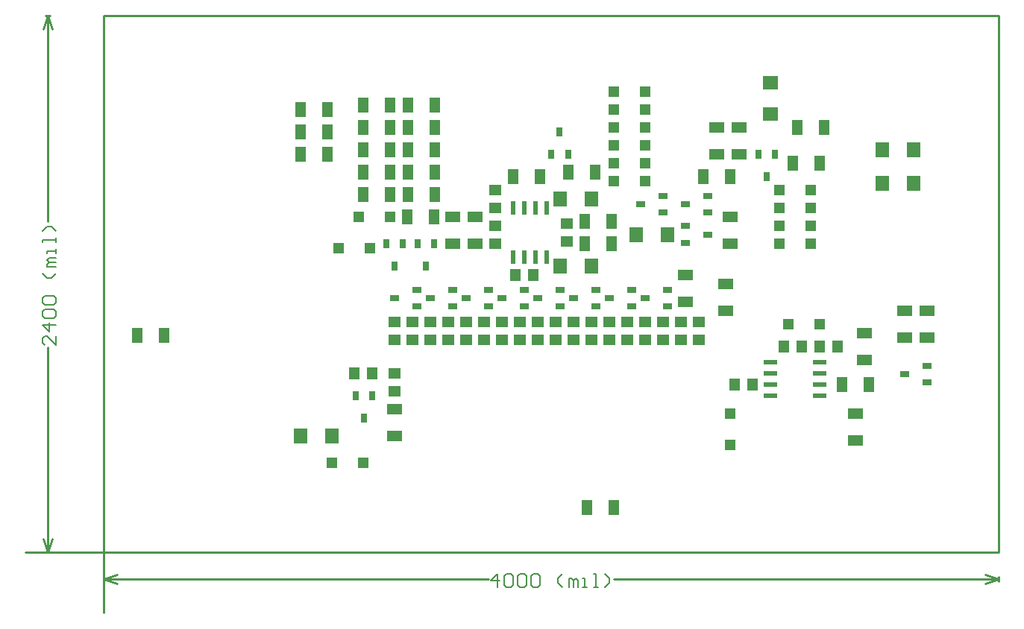
<source format=gtp>
%FSLAX42Y42*%
%MOMM*%
G71*
G01*
G75*
%ADD10C,0.25*%
%ADD11R,1.27X1.27*%
%ADD12R,1.52X1.78*%
%ADD13R,1.02X0.76*%
%ADD14R,0.76X1.02*%
%ADD15R,1.78X1.52*%
%ADD16R,1.78X1.27*%
%ADD17R,1.27X1.78*%
%ADD18R,1.52X0.61*%
%ADD19R,1.27X1.40*%
%ADD20R,0.61X1.52*%
%ADD21R,1.40X1.27*%
%ADD22C,0.13*%
%ADD23C,0.15*%
%ADD24C,0.76*%
%ADD25C,2.54*%
%ADD26C,2.03*%
%ADD27R,2.03X2.03*%
%ADD28R,2.54X2.54*%
%ADD29C,9.14*%
%ADD30C,0.51*%
D10*
X20734Y17577D02*
Y23673D01*
X30894Y17577D02*
Y23673D01*
X20734D02*
X30894D01*
X20734Y17577D02*
X30894D01*
Y17247D02*
Y17298D01*
X20734Y17247D02*
Y17298D01*
X30742Y17221D02*
X30894Y17272D01*
X30742Y17323D02*
X30894Y17272D01*
X20734D02*
X20886Y17221D01*
X20734Y17272D02*
X20886Y17323D01*
X26527Y17272D02*
X30894D01*
X20734D02*
X25100D01*
X20734Y16891D02*
Y17577D01*
X20074Y23673D02*
X20124D01*
X20074Y17577D02*
X20124D01*
X20099Y23673D02*
X20150Y23521D01*
X20048D02*
X20099Y23673D01*
Y17577D02*
X20150Y17729D01*
X20048D02*
X20099Y17577D01*
Y21339D02*
Y23673D01*
Y17577D02*
Y19911D01*
X19845Y17577D02*
X20734D01*
D11*
X28760Y21692D02*
D03*
X28405D02*
D03*
Y21489D02*
D03*
X28760D02*
D03*
Y21285D02*
D03*
X28405D02*
D03*
Y21082D02*
D03*
X28760D02*
D03*
X23757Y21031D02*
D03*
X23401D02*
D03*
X27846Y19152D02*
D03*
Y18796D02*
D03*
X28862Y20168D02*
D03*
X28506D02*
D03*
X23630Y21387D02*
D03*
X23985D02*
D03*
X26525Y22809D02*
D03*
X26881D02*
D03*
Y22606D02*
D03*
X26525D02*
D03*
Y22403D02*
D03*
X26881D02*
D03*
Y22200D02*
D03*
X26525D02*
D03*
Y21997D02*
D03*
X26881D02*
D03*
X23325Y18593D02*
D03*
X23680D02*
D03*
X26525Y21793D02*
D03*
X26881D02*
D03*
D12*
X29573Y21768D02*
D03*
X29929D02*
D03*
X26779Y21184D02*
D03*
X27135D02*
D03*
X23325Y18898D02*
D03*
X22969D02*
D03*
X26271Y21590D02*
D03*
X25916D02*
D03*
X26271Y20828D02*
D03*
X25916D02*
D03*
X29573Y22149D02*
D03*
X29929D02*
D03*
D13*
X24290Y20561D02*
D03*
Y20371D02*
D03*
X24036Y20466D02*
D03*
X24442D02*
D03*
X24696Y20371D02*
D03*
Y20561D02*
D03*
X25103D02*
D03*
Y20371D02*
D03*
X24849Y20466D02*
D03*
X25255D02*
D03*
X25509Y20371D02*
D03*
Y20561D02*
D03*
X25916D02*
D03*
Y20371D02*
D03*
X25662Y20466D02*
D03*
X26068D02*
D03*
X26322Y20371D02*
D03*
Y20561D02*
D03*
X26728D02*
D03*
Y20371D02*
D03*
X26474Y20466D02*
D03*
X26881D02*
D03*
X27135Y20371D02*
D03*
Y20561D02*
D03*
X26830Y21533D02*
D03*
X27084Y21438D02*
D03*
Y21628D02*
D03*
X27592D02*
D03*
Y21438D02*
D03*
X27338Y21533D02*
D03*
X27592Y21190D02*
D03*
X27338Y21285D02*
D03*
Y21095D02*
D03*
X30081Y19698D02*
D03*
Y19507D02*
D03*
X29827Y19603D02*
D03*
D14*
X24296Y21082D02*
D03*
X24487D02*
D03*
X24392Y20828D02*
D03*
X24036D02*
D03*
X24131Y21082D02*
D03*
X23941D02*
D03*
X26004Y22098D02*
D03*
X25814D02*
D03*
X25909Y22352D02*
D03*
X28163Y22098D02*
D03*
X28354D02*
D03*
X28259Y21844D02*
D03*
X23687Y19101D02*
D03*
X23782Y19355D02*
D03*
X23591D02*
D03*
D15*
X28303Y22555D02*
D03*
Y22911D02*
D03*
D16*
X24696Y21387D02*
D03*
Y21082D02*
D03*
X27338Y20727D02*
D03*
Y20422D02*
D03*
X29268Y18847D02*
D03*
Y19152D02*
D03*
X24950Y21387D02*
D03*
Y21082D02*
D03*
X24036Y18898D02*
D03*
Y19203D02*
D03*
X29370Y20066D02*
D03*
Y19761D02*
D03*
X27694Y22098D02*
D03*
Y22403D02*
D03*
X27846Y21082D02*
D03*
X27948Y22098D02*
D03*
Y22403D02*
D03*
X27795Y20320D02*
D03*
Y20625D02*
D03*
X27846Y21387D02*
D03*
X29827Y20015D02*
D03*
Y20320D02*
D03*
X30081D02*
D03*
Y20015D02*
D03*
D17*
X25382Y21844D02*
D03*
X25687D02*
D03*
X26195Y21336D02*
D03*
X26500D02*
D03*
X26195Y21082D02*
D03*
X26500D02*
D03*
X23985Y22657D02*
D03*
X23680D02*
D03*
X23985Y22403D02*
D03*
X23680D02*
D03*
X24188D02*
D03*
X24493D02*
D03*
X24188Y22149D02*
D03*
X24493D02*
D03*
X23985D02*
D03*
X23680D02*
D03*
X23985Y21895D02*
D03*
X23680D02*
D03*
X24188D02*
D03*
X24493D02*
D03*
X24188Y21641D02*
D03*
X24493D02*
D03*
X23985D02*
D03*
X23680D02*
D03*
X21115Y20041D02*
D03*
X21420D02*
D03*
X22969Y22606D02*
D03*
X23274D02*
D03*
X22969Y22352D02*
D03*
X23274D02*
D03*
X22969Y22098D02*
D03*
X23274D02*
D03*
X26220Y18085D02*
D03*
X26525D02*
D03*
X24493Y22657D02*
D03*
X24188D02*
D03*
X27541Y21844D02*
D03*
X24487Y21387D02*
D03*
X24182D02*
D03*
X26004Y21895D02*
D03*
X26309D02*
D03*
X29421Y19482D02*
D03*
X29116D02*
D03*
X28862Y21997D02*
D03*
X28608Y22403D02*
D03*
X28913D02*
D03*
X27846Y21844D02*
D03*
X28557Y21997D02*
D03*
D18*
X28303Y19736D02*
D03*
Y19355D02*
D03*
X28862Y19736D02*
D03*
X28303Y19482D02*
D03*
Y19609D02*
D03*
X28862Y19355D02*
D03*
Y19482D02*
D03*
Y19609D02*
D03*
D19*
X25408Y20727D02*
D03*
X25611D02*
D03*
X28659Y19914D02*
D03*
X28456D02*
D03*
X28862D02*
D03*
X29065D02*
D03*
X23782Y19609D02*
D03*
X23579D02*
D03*
X27897Y19482D02*
D03*
X28100D02*
D03*
D20*
X25763Y20930D02*
D03*
X25382Y21489D02*
D03*
X25509D02*
D03*
X25636D02*
D03*
X25763D02*
D03*
X25382Y20930D02*
D03*
X25509D02*
D03*
X25636D02*
D03*
D21*
X24036Y19406D02*
D03*
Y19609D02*
D03*
X25179Y21285D02*
D03*
Y21082D02*
D03*
Y21692D02*
D03*
Y21489D02*
D03*
X24442Y20193D02*
D03*
Y19990D02*
D03*
X24849D02*
D03*
Y20193D02*
D03*
X25255D02*
D03*
Y19990D02*
D03*
X25662D02*
D03*
Y20193D02*
D03*
X26068D02*
D03*
Y19990D02*
D03*
X26474D02*
D03*
Y20193D02*
D03*
X26881D02*
D03*
Y19990D02*
D03*
X24239Y20193D02*
D03*
Y19990D02*
D03*
X24646D02*
D03*
Y20193D02*
D03*
X25052D02*
D03*
Y19990D02*
D03*
X25458D02*
D03*
Y20193D02*
D03*
X25865D02*
D03*
Y19990D02*
D03*
X26271D02*
D03*
Y20193D02*
D03*
X26678D02*
D03*
Y19990D02*
D03*
X27084D02*
D03*
Y20193D02*
D03*
X27287D02*
D03*
Y19990D02*
D03*
X27490D02*
D03*
Y20193D02*
D03*
X24036Y19990D02*
D03*
Y20193D02*
D03*
X25992Y21108D02*
D03*
Y21311D02*
D03*
D23*
X25202Y17181D02*
Y17333D01*
X25126Y17257D01*
X25227D01*
X25278Y17308D02*
X25304Y17333D01*
X25354D01*
X25380Y17308D01*
Y17206D01*
X25354Y17181D01*
X25304D01*
X25278Y17206D01*
Y17308D01*
X25430D02*
X25456Y17333D01*
X25507D01*
X25532Y17308D01*
Y17206D01*
X25507Y17181D01*
X25456D01*
X25430Y17206D01*
Y17308D01*
X25583D02*
X25608Y17333D01*
X25659D01*
X25684Y17308D01*
Y17206D01*
X25659Y17181D01*
X25608D01*
X25583Y17206D01*
Y17308D01*
X25938Y17181D02*
X25888Y17232D01*
Y17282D01*
X25938Y17333D01*
X26014Y17181D02*
Y17282D01*
X26040D01*
X26065Y17257D01*
Y17181D01*
Y17257D01*
X26091Y17282D01*
X26116Y17257D01*
Y17181D01*
X26167D02*
X26218D01*
X26192D01*
Y17282D01*
X26167D01*
X26294Y17181D02*
X26345D01*
X26319D01*
Y17333D01*
X26294D01*
X26421Y17181D02*
X26472Y17232D01*
Y17282D01*
X26421Y17333D01*
X20190Y20038D02*
Y19937D01*
X20089Y20038D01*
X20063D01*
X20038Y20013D01*
Y19962D01*
X20063Y19937D01*
X20190Y20165D02*
X20038D01*
X20114Y20089D01*
Y20191D01*
X20063Y20242D02*
X20038Y20267D01*
Y20318D01*
X20063Y20343D01*
X20165D01*
X20190Y20318D01*
Y20267D01*
X20165Y20242D01*
X20063D01*
Y20394D02*
X20038Y20419D01*
Y20470D01*
X20063Y20495D01*
X20165D01*
X20190Y20470D01*
Y20419D01*
X20165Y20394D01*
X20063D01*
X20190Y20749D02*
X20140Y20699D01*
X20089D01*
X20038Y20749D01*
X20190Y20826D02*
X20089D01*
Y20851D01*
X20114Y20876D01*
X20190D01*
X20114D01*
X20089Y20902D01*
X20114Y20927D01*
X20190D01*
Y20978D02*
Y21029D01*
Y21003D01*
X20089D01*
Y20978D01*
X20190Y21105D02*
Y21156D01*
Y21130D01*
X20038D01*
Y21105D01*
X20190Y21232D02*
X20140Y21283D01*
X20089D01*
X20038Y21232D01*
M02*

</source>
